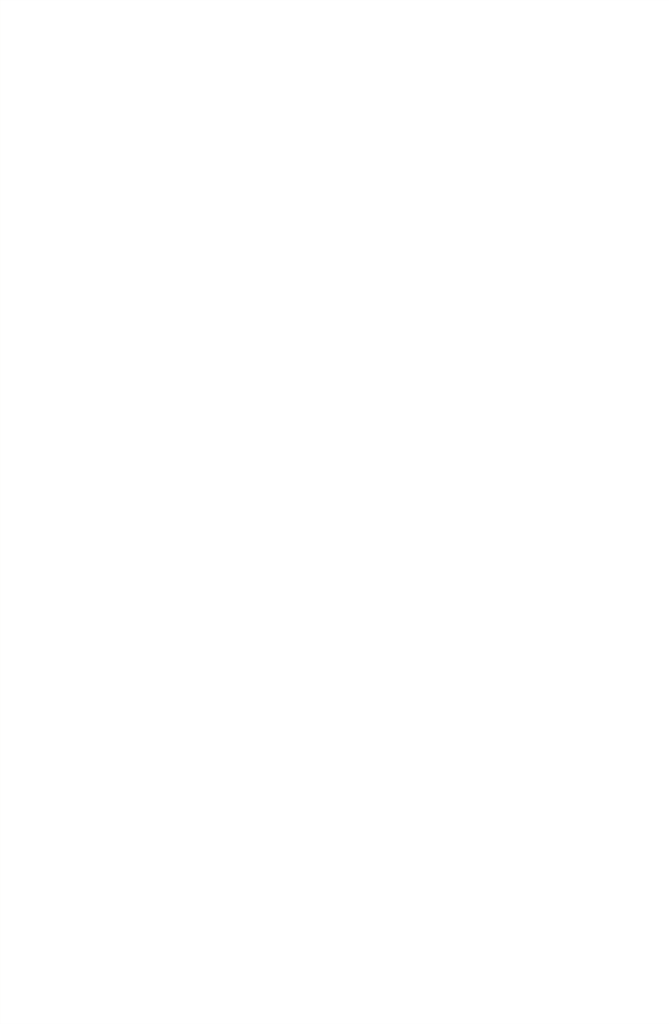
<source format=kicad_pcb>
(kicad_pcb (version 20171130) (host pcbnew 5.1.5+dfsg1-2build2)

  (general
    (thickness 1.6)
    (drawings 4)
    (tracks 0)
    (zones 0)
    (modules 0)
    (nets 1)
  )

  (page A4)
  (title_block
    (title "Democratic Sendcomm")
    (date 2020-11-20)
    (rev 0.9.0)
    (company "Europalab Devices")
    (comment 1 "Copyright © 2020, Europalab Devices")
    (comment 2 "Fulfilling requirements of 20200210")
    (comment 3 "Pending quality assurance testing")
    (comment 4 "Release revision for manufacturing")
  )

  (layers
    (0 F.Cu signal)
    (31 B.Cu signal)
    (32 B.Adhes user)
    (33 F.Adhes user)
    (34 B.Paste user)
    (35 F.Paste user)
    (36 B.SilkS user)
    (37 F.SilkS user)
    (38 B.Mask user)
    (39 F.Mask user)
    (40 Dwgs.User user)
    (41 Cmts.User user)
    (42 Eco1.User user)
    (43 Eco2.User user)
    (44 Edge.Cuts user)
    (45 Margin user)
    (46 B.CrtYd user)
    (47 F.CrtYd user)
    (48 B.Fab user)
    (49 F.Fab user)
  )

  (setup
    (last_trace_width 0.25)
    (trace_clearance 0.2)
    (zone_clearance 0.508)
    (zone_45_only no)
    (trace_min 0.2)
    (via_size 0.6)
    (via_drill 0.4)
    (via_min_size 0.4)
    (via_min_drill 0.3)
    (uvia_size 0.3)
    (uvia_drill 0.1)
    (uvias_allowed no)
    (uvia_min_size 0.2)
    (uvia_min_drill 0.1)
    (edge_width 0.00254)
    (segment_width 0.2)
    (pcb_text_width 0.3)
    (pcb_text_size 1.5 1.5)
    (mod_edge_width 0.15)
    (mod_text_size 1 1)
    (mod_text_width 0.15)
    (pad_size 1.7272 1.7272)
    (pad_drill 1.016)
    (pad_to_mask_clearance 0)
    (aux_axis_origin 0 0)
    (visible_elements 7FFFFFFF)
    (pcbplotparams
      (layerselection 0x01030_80000001)
      (usegerberextensions false)
      (usegerberattributes false)
      (usegerberadvancedattributes false)
      (creategerberjobfile false)
      (excludeedgelayer true)
      (linewidth 0.100000)
      (plotframeref false)
      (viasonmask false)
      (mode 1)
      (useauxorigin false)
      (hpglpennumber 1)
      (hpglpenspeed 20)
      (hpglpendiameter 15.000000)
      (psnegative false)
      (psa4output false)
      (plotreference true)
      (plotvalue true)
      (plotinvisibletext false)
      (padsonsilk false)
      (subtractmaskfromsilk false)
      (outputformat 4)
      (mirror false)
      (drillshape 0)
      (scaleselection 1)
      (outputdirectory ""))
  )

  (net 0 "")

  (net_class Default "To jest domyślna klasa połączeń."
    (clearance 0.2)
    (trace_width 0.25)
    (via_dia 0.6)
    (via_drill 0.4)
    (uvia_dia 0.3)
    (uvia_drill 0.1)
  )

  (gr_line (start 173 60) (end 120 60) (layer Edge.Cuts) (width 0.00254) (tstamp 5FC64220))
  (gr_line (start 173 141) (end 173 60) (layer Edge.Cuts) (width 0.00254))
  (gr_line (start 120 141) (end 173 141) (layer Edge.Cuts) (width 0.00254))
  (gr_line (start 120 60) (end 120 141) (layer Edge.Cuts) (width 0.00254))

)

</source>
